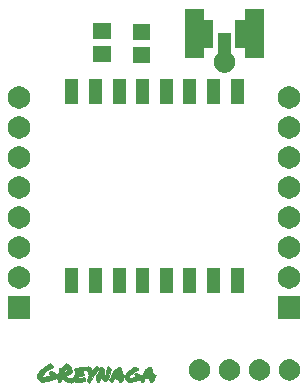
<source format=gbr>
G04 #@! TF.GenerationSoftware,KiCad,Pcbnew,5.1.5-52549c5~84~ubuntu18.04.1*
G04 #@! TF.CreationDate,2020-01-02T13:17:24-07:00*
G04 #@! TF.ProjectId,wemos-01,77656d6f-732d-4303-912e-6b696361645f,rev?*
G04 #@! TF.SameCoordinates,Original*
G04 #@! TF.FileFunction,Soldermask,Top*
G04 #@! TF.FilePolarity,Negative*
%FSLAX46Y46*%
G04 Gerber Fmt 4.6, Leading zero omitted, Abs format (unit mm)*
G04 Created by KiCad (PCBNEW 5.1.5-52549c5~84~ubuntu18.04.1) date 2020-01-02 13:17:24*
%MOMM*%
%LPD*%
G04 APERTURE LIST*
%ADD10C,0.010000*%
%ADD11C,0.100000*%
G04 APERTURE END LIST*
D10*
G36*
X135828828Y-110608866D02*
G01*
X135872237Y-110637494D01*
X135885099Y-110647874D01*
X135930408Y-110682302D01*
X135963185Y-110700706D01*
X135967867Y-110701666D01*
X135990254Y-110718132D01*
X136020128Y-110758405D01*
X136023955Y-110764723D01*
X136047062Y-110815326D01*
X136048768Y-110865418D01*
X136038286Y-110912890D01*
X136020444Y-110965566D01*
X136003229Y-110995446D01*
X135998428Y-110998000D01*
X135988197Y-111017439D01*
X135975167Y-111069437D01*
X135961521Y-111144514D01*
X135955774Y-111183208D01*
X135915135Y-111394668D01*
X135857215Y-111568975D01*
X135782273Y-111705549D01*
X135690570Y-111803814D01*
X135669519Y-111819315D01*
X135595366Y-111858632D01*
X135528578Y-111865173D01*
X135461270Y-111837228D01*
X135385558Y-111773086D01*
X135366656Y-111753593D01*
X135311819Y-111691480D01*
X135268611Y-111634939D01*
X135246078Y-111595849D01*
X135245743Y-111594843D01*
X135228798Y-111558630D01*
X135216532Y-111548496D01*
X135196375Y-111566270D01*
X135167481Y-111610938D01*
X135136554Y-111669979D01*
X135110299Y-111730870D01*
X135097619Y-111770583D01*
X135066546Y-111840303D01*
X135017484Y-111889881D01*
X134962832Y-111908166D01*
X134917481Y-111893095D01*
X134890330Y-111871125D01*
X134846398Y-111808030D01*
X134806375Y-111728802D01*
X134777819Y-111650533D01*
X134768167Y-111594806D01*
X134777238Y-111558108D01*
X134802730Y-111489657D01*
X134842065Y-111395529D01*
X134892660Y-111281800D01*
X134951936Y-111154546D01*
X134979834Y-111096390D01*
X135040341Y-110970482D01*
X135094105Y-110856922D01*
X135138515Y-110761362D01*
X135170960Y-110689456D01*
X135188830Y-110646856D01*
X135191500Y-110638010D01*
X135203304Y-110619272D01*
X135241235Y-110624648D01*
X135309075Y-110654735D01*
X135314052Y-110657273D01*
X135415040Y-110724828D01*
X135475640Y-110804075D01*
X135496601Y-110896713D01*
X135478671Y-111004436D01*
X135473690Y-111019166D01*
X135461619Y-111071473D01*
X135452978Y-111144115D01*
X135447951Y-111226519D01*
X135446719Y-111308112D01*
X135449467Y-111378323D01*
X135456377Y-111426579D01*
X135466367Y-111442500D01*
X135499623Y-111423284D01*
X135538245Y-111371379D01*
X135578319Y-111295401D01*
X135615928Y-111203963D01*
X135647155Y-111105680D01*
X135668085Y-111009166D01*
X135670292Y-110993900D01*
X135683802Y-110921874D01*
X135705326Y-110838435D01*
X135731358Y-110754090D01*
X135758391Y-110679343D01*
X135782917Y-110624699D01*
X135801428Y-110600665D01*
X135801597Y-110600606D01*
X135828828Y-110608866D01*
G37*
X135828828Y-110608866D02*
X135872237Y-110637494D01*
X135885099Y-110647874D01*
X135930408Y-110682302D01*
X135963185Y-110700706D01*
X135967867Y-110701666D01*
X135990254Y-110718132D01*
X136020128Y-110758405D01*
X136023955Y-110764723D01*
X136047062Y-110815326D01*
X136048768Y-110865418D01*
X136038286Y-110912890D01*
X136020444Y-110965566D01*
X136003229Y-110995446D01*
X135998428Y-110998000D01*
X135988197Y-111017439D01*
X135975167Y-111069437D01*
X135961521Y-111144514D01*
X135955774Y-111183208D01*
X135915135Y-111394668D01*
X135857215Y-111568975D01*
X135782273Y-111705549D01*
X135690570Y-111803814D01*
X135669519Y-111819315D01*
X135595366Y-111858632D01*
X135528578Y-111865173D01*
X135461270Y-111837228D01*
X135385558Y-111773086D01*
X135366656Y-111753593D01*
X135311819Y-111691480D01*
X135268611Y-111634939D01*
X135246078Y-111595849D01*
X135245743Y-111594843D01*
X135228798Y-111558630D01*
X135216532Y-111548496D01*
X135196375Y-111566270D01*
X135167481Y-111610938D01*
X135136554Y-111669979D01*
X135110299Y-111730870D01*
X135097619Y-111770583D01*
X135066546Y-111840303D01*
X135017484Y-111889881D01*
X134962832Y-111908166D01*
X134917481Y-111893095D01*
X134890330Y-111871125D01*
X134846398Y-111808030D01*
X134806375Y-111728802D01*
X134777819Y-111650533D01*
X134768167Y-111594806D01*
X134777238Y-111558108D01*
X134802730Y-111489657D01*
X134842065Y-111395529D01*
X134892660Y-111281800D01*
X134951936Y-111154546D01*
X134979834Y-111096390D01*
X135040341Y-110970482D01*
X135094105Y-110856922D01*
X135138515Y-110761362D01*
X135170960Y-110689456D01*
X135188830Y-110646856D01*
X135191500Y-110638010D01*
X135203304Y-110619272D01*
X135241235Y-110624648D01*
X135309075Y-110654735D01*
X135314052Y-110657273D01*
X135415040Y-110724828D01*
X135475640Y-110804075D01*
X135496601Y-110896713D01*
X135478671Y-111004436D01*
X135473690Y-111019166D01*
X135461619Y-111071473D01*
X135452978Y-111144115D01*
X135447951Y-111226519D01*
X135446719Y-111308112D01*
X135449467Y-111378323D01*
X135456377Y-111426579D01*
X135466367Y-111442500D01*
X135499623Y-111423284D01*
X135538245Y-111371379D01*
X135578319Y-111295401D01*
X135615928Y-111203963D01*
X135647155Y-111105680D01*
X135668085Y-111009166D01*
X135670292Y-110993900D01*
X135683802Y-110921874D01*
X135705326Y-110838435D01*
X135731358Y-110754090D01*
X135758391Y-110679343D01*
X135782917Y-110624699D01*
X135801428Y-110600665D01*
X135801597Y-110600606D01*
X135828828Y-110608866D01*
G36*
X138161160Y-110629137D02*
G01*
X138215347Y-110659348D01*
X138269264Y-110698333D01*
X138309923Y-110736791D01*
X138324456Y-110763634D01*
X138330112Y-110811498D01*
X138336871Y-110842106D01*
X138337881Y-110864528D01*
X138324110Y-110887044D01*
X138289650Y-110914437D01*
X138228591Y-110951489D01*
X138144264Y-110997992D01*
X137921460Y-111134433D01*
X137737096Y-111282529D01*
X137592912Y-111438690D01*
X137498365Y-111558916D01*
X137620224Y-111569500D01*
X137687740Y-111573182D01*
X137736355Y-111571761D01*
X137752667Y-111567328D01*
X137778106Y-111557429D01*
X137831339Y-111546262D01*
X137869084Y-111540531D01*
X137954342Y-111525980D01*
X138040163Y-111506483D01*
X138064270Y-111499774D01*
X138153624Y-111473059D01*
X138122479Y-111413026D01*
X138100420Y-111362356D01*
X138091334Y-111325427D01*
X138075770Y-111294498D01*
X138067132Y-111289793D01*
X138053491Y-111269505D01*
X138068819Y-111234747D01*
X138106810Y-111194456D01*
X138160034Y-111158168D01*
X138231653Y-111119599D01*
X138390420Y-111206735D01*
X138470731Y-111253837D01*
X138542034Y-111300997D01*
X138591582Y-111339647D01*
X138599117Y-111347019D01*
X138639047Y-111382982D01*
X138669755Y-111399720D01*
X138671815Y-111399879D01*
X138689354Y-111381557D01*
X138715842Y-111336666D01*
X139087595Y-111336666D01*
X139169816Y-111336666D01*
X139231628Y-111333682D01*
X139278140Y-111326332D01*
X139283411Y-111324627D01*
X139300668Y-111302234D01*
X139299230Y-111252577D01*
X139278682Y-111171467D01*
X139263616Y-111125138D01*
X139246802Y-111114867D01*
X139215239Y-111141515D01*
X139168212Y-111205839D01*
X139129218Y-111267875D01*
X139087595Y-111336666D01*
X138715842Y-111336666D01*
X138718350Y-111332416D01*
X138754192Y-111260798D01*
X138779250Y-111205518D01*
X138843628Y-111064133D01*
X138897960Y-110959497D01*
X138944742Y-110887922D01*
X138986469Y-110845724D01*
X139025638Y-110829217D01*
X139034412Y-110828666D01*
X139092482Y-110810054D01*
X139159139Y-110758193D01*
X139227023Y-110679048D01*
X139237715Y-110663950D01*
X139260459Y-110635861D01*
X139285990Y-110625824D01*
X139328582Y-110631575D01*
X139371987Y-110642656D01*
X139448869Y-110671617D01*
X139497670Y-110715178D01*
X139526596Y-110783507D01*
X139539174Y-110849833D01*
X139550850Y-110920455D01*
X139568151Y-111011831D01*
X139586131Y-111098541D01*
X139606052Y-111180321D01*
X139624008Y-111227864D01*
X139643642Y-111248891D01*
X139658582Y-111252000D01*
X139704170Y-111262752D01*
X139759494Y-111289261D01*
X139810498Y-111322902D01*
X139843128Y-111355052D01*
X139848167Y-111368314D01*
X139833352Y-111397780D01*
X139795913Y-111440459D01*
X139774366Y-111460579D01*
X139729099Y-111504436D01*
X139710061Y-111541759D01*
X139709722Y-111591560D01*
X139712731Y-111616230D01*
X139705717Y-111714551D01*
X139660148Y-111803801D01*
X139579710Y-111877679D01*
X139548930Y-111896120D01*
X139494357Y-111921285D01*
X139452537Y-111924327D01*
X139405606Y-111908970D01*
X139361493Y-111882687D01*
X139347580Y-111856446D01*
X139348219Y-111854213D01*
X139341944Y-111821471D01*
X139317573Y-111790458D01*
X139283074Y-111751570D01*
X139285829Y-111723306D01*
X139327605Y-111695623D01*
X139334875Y-111692078D01*
X139378731Y-111661326D01*
X139393518Y-111631344D01*
X139378598Y-111611895D01*
X139340167Y-111611286D01*
X139289871Y-111616915D01*
X139216310Y-111620796D01*
X139161000Y-111621869D01*
X139087629Y-111619964D01*
X139044772Y-111611140D01*
X139020754Y-111591933D01*
X139012384Y-111577805D01*
X138990046Y-111551022D01*
X138965811Y-111559674D01*
X138937917Y-111605758D01*
X138904600Y-111691269D01*
X138899825Y-111705250D01*
X138871228Y-111777942D01*
X138840086Y-111839271D01*
X138821591Y-111865825D01*
X138768184Y-111899748D01*
X138704591Y-111906367D01*
X138643360Y-111889249D01*
X138597040Y-111851961D01*
X138578178Y-111798070D01*
X138578167Y-111796624D01*
X138566535Y-111759017D01*
X138556943Y-111749381D01*
X138547247Y-111721160D01*
X138556561Y-111697320D01*
X138567294Y-111673948D01*
X138559053Y-111669615D01*
X138524052Y-111684210D01*
X138498410Y-111696482D01*
X138442058Y-111718851D01*
X138354605Y-111747915D01*
X138246180Y-111780767D01*
X138126915Y-111814502D01*
X138006937Y-111846216D01*
X137896377Y-111873002D01*
X137841010Y-111885042D01*
X137670252Y-111908077D01*
X137528553Y-111900692D01*
X137414993Y-111862355D01*
X137328651Y-111792533D01*
X137268605Y-111690695D01*
X137233935Y-111556307D01*
X137230748Y-111532321D01*
X137218247Y-111426770D01*
X137152082Y-111470680D01*
X137110388Y-111503234D01*
X137093103Y-111537978D01*
X137092390Y-111593040D01*
X137093410Y-111606429D01*
X137092037Y-111680629D01*
X137079209Y-111748943D01*
X137074740Y-111761433D01*
X137027436Y-111833251D01*
X136959103Y-111886215D01*
X136881550Y-111914531D01*
X136806585Y-111912402D01*
X136784292Y-111903964D01*
X136747715Y-111873023D01*
X136736667Y-111844712D01*
X136721912Y-111804112D01*
X136694833Y-111771035D01*
X136665680Y-111731601D01*
X136675123Y-111705138D01*
X136716005Y-111696500D01*
X136750679Y-111682868D01*
X136780336Y-111652166D01*
X136792782Y-111619682D01*
X136787779Y-111606501D01*
X136762103Y-111603793D01*
X136712252Y-111610818D01*
X136698565Y-111613796D01*
X136582056Y-111632062D01*
X136486962Y-111629135D01*
X136419794Y-111605574D01*
X136400200Y-111588126D01*
X136363864Y-111543253D01*
X136328815Y-111596745D01*
X136301684Y-111651130D01*
X136276148Y-111722572D01*
X136269525Y-111746508D01*
X136232179Y-111833719D01*
X136174545Y-111887806D01*
X136100713Y-111905267D01*
X136085254Y-111904163D01*
X136032947Y-111880763D01*
X135984844Y-111832091D01*
X135951342Y-111772578D01*
X135942834Y-111716657D01*
X135944545Y-111708808D01*
X135951041Y-111689795D01*
X135963115Y-111659721D01*
X135982537Y-111614653D01*
X136011079Y-111550662D01*
X136050510Y-111463816D01*
X136102601Y-111350185D01*
X136108831Y-111336666D01*
X136479958Y-111336666D01*
X136575313Y-111336666D01*
X136635390Y-111332570D01*
X136675717Y-111322237D01*
X136683079Y-111316585D01*
X136685640Y-111285611D01*
X136677928Y-111230116D01*
X136671026Y-111199349D01*
X136654940Y-111142135D01*
X136641085Y-111119419D01*
X136623068Y-111124253D01*
X136611128Y-111134261D01*
X136578957Y-111172369D01*
X136540704Y-111229539D01*
X136527826Y-111251497D01*
X136479958Y-111336666D01*
X136108831Y-111336666D01*
X136169123Y-111205838D01*
X136247100Y-111037106D01*
X136295554Y-110939749D01*
X136336670Y-110876692D01*
X136375782Y-110841842D01*
X136418225Y-110829108D01*
X136429621Y-110828666D01*
X136480050Y-110809337D01*
X136546138Y-110751184D01*
X136571919Y-110722885D01*
X136664453Y-110617104D01*
X136779935Y-110654094D01*
X136845312Y-110676545D01*
X136881664Y-110698346D01*
X136900341Y-110731567D01*
X136912696Y-110788280D01*
X136914235Y-110796916D01*
X136940999Y-110944833D01*
X136962648Y-111056201D01*
X136980802Y-111136264D01*
X136997083Y-111190268D01*
X137013111Y-111223456D01*
X137030508Y-111241074D01*
X137050894Y-111248366D01*
X137053907Y-111248837D01*
X137109455Y-111266679D01*
X137162990Y-111296462D01*
X137211898Y-111326840D01*
X137246577Y-111330459D01*
X137277998Y-111303530D01*
X137316427Y-111243471D01*
X137356581Y-111187657D01*
X137418470Y-111116089D01*
X137491636Y-111040498D01*
X137528654Y-111005346D01*
X137600846Y-110943861D01*
X137688891Y-110876275D01*
X137785245Y-110807545D01*
X137882366Y-110742627D01*
X137972707Y-110686478D01*
X138048727Y-110644056D01*
X138102880Y-110620316D01*
X138119691Y-110617000D01*
X138161160Y-110629137D01*
G37*
X138161160Y-110629137D02*
X138215347Y-110659348D01*
X138269264Y-110698333D01*
X138309923Y-110736791D01*
X138324456Y-110763634D01*
X138330112Y-110811498D01*
X138336871Y-110842106D01*
X138337881Y-110864528D01*
X138324110Y-110887044D01*
X138289650Y-110914437D01*
X138228591Y-110951489D01*
X138144264Y-110997992D01*
X137921460Y-111134433D01*
X137737096Y-111282529D01*
X137592912Y-111438690D01*
X137498365Y-111558916D01*
X137620224Y-111569500D01*
X137687740Y-111573182D01*
X137736355Y-111571761D01*
X137752667Y-111567328D01*
X137778106Y-111557429D01*
X137831339Y-111546262D01*
X137869084Y-111540531D01*
X137954342Y-111525980D01*
X138040163Y-111506483D01*
X138064270Y-111499774D01*
X138153624Y-111473059D01*
X138122479Y-111413026D01*
X138100420Y-111362356D01*
X138091334Y-111325427D01*
X138075770Y-111294498D01*
X138067132Y-111289793D01*
X138053491Y-111269505D01*
X138068819Y-111234747D01*
X138106810Y-111194456D01*
X138160034Y-111158168D01*
X138231653Y-111119599D01*
X138390420Y-111206735D01*
X138470731Y-111253837D01*
X138542034Y-111300997D01*
X138591582Y-111339647D01*
X138599117Y-111347019D01*
X138639047Y-111382982D01*
X138669755Y-111399720D01*
X138671815Y-111399879D01*
X138689354Y-111381557D01*
X138715842Y-111336666D01*
X139087595Y-111336666D01*
X139169816Y-111336666D01*
X139231628Y-111333682D01*
X139278140Y-111326332D01*
X139283411Y-111324627D01*
X139300668Y-111302234D01*
X139299230Y-111252577D01*
X139278682Y-111171467D01*
X139263616Y-111125138D01*
X139246802Y-111114867D01*
X139215239Y-111141515D01*
X139168212Y-111205839D01*
X139129218Y-111267875D01*
X139087595Y-111336666D01*
X138715842Y-111336666D01*
X138718350Y-111332416D01*
X138754192Y-111260798D01*
X138779250Y-111205518D01*
X138843628Y-111064133D01*
X138897960Y-110959497D01*
X138944742Y-110887922D01*
X138986469Y-110845724D01*
X139025638Y-110829217D01*
X139034412Y-110828666D01*
X139092482Y-110810054D01*
X139159139Y-110758193D01*
X139227023Y-110679048D01*
X139237715Y-110663950D01*
X139260459Y-110635861D01*
X139285990Y-110625824D01*
X139328582Y-110631575D01*
X139371987Y-110642656D01*
X139448869Y-110671617D01*
X139497670Y-110715178D01*
X139526596Y-110783507D01*
X139539174Y-110849833D01*
X139550850Y-110920455D01*
X139568151Y-111011831D01*
X139586131Y-111098541D01*
X139606052Y-111180321D01*
X139624008Y-111227864D01*
X139643642Y-111248891D01*
X139658582Y-111252000D01*
X139704170Y-111262752D01*
X139759494Y-111289261D01*
X139810498Y-111322902D01*
X139843128Y-111355052D01*
X139848167Y-111368314D01*
X139833352Y-111397780D01*
X139795913Y-111440459D01*
X139774366Y-111460579D01*
X139729099Y-111504436D01*
X139710061Y-111541759D01*
X139709722Y-111591560D01*
X139712731Y-111616230D01*
X139705717Y-111714551D01*
X139660148Y-111803801D01*
X139579710Y-111877679D01*
X139548930Y-111896120D01*
X139494357Y-111921285D01*
X139452537Y-111924327D01*
X139405606Y-111908970D01*
X139361493Y-111882687D01*
X139347580Y-111856446D01*
X139348219Y-111854213D01*
X139341944Y-111821471D01*
X139317573Y-111790458D01*
X139283074Y-111751570D01*
X139285829Y-111723306D01*
X139327605Y-111695623D01*
X139334875Y-111692078D01*
X139378731Y-111661326D01*
X139393518Y-111631344D01*
X139378598Y-111611895D01*
X139340167Y-111611286D01*
X139289871Y-111616915D01*
X139216310Y-111620796D01*
X139161000Y-111621869D01*
X139087629Y-111619964D01*
X139044772Y-111611140D01*
X139020754Y-111591933D01*
X139012384Y-111577805D01*
X138990046Y-111551022D01*
X138965811Y-111559674D01*
X138937917Y-111605758D01*
X138904600Y-111691269D01*
X138899825Y-111705250D01*
X138871228Y-111777942D01*
X138840086Y-111839271D01*
X138821591Y-111865825D01*
X138768184Y-111899748D01*
X138704591Y-111906367D01*
X138643360Y-111889249D01*
X138597040Y-111851961D01*
X138578178Y-111798070D01*
X138578167Y-111796624D01*
X138566535Y-111759017D01*
X138556943Y-111749381D01*
X138547247Y-111721160D01*
X138556561Y-111697320D01*
X138567294Y-111673948D01*
X138559053Y-111669615D01*
X138524052Y-111684210D01*
X138498410Y-111696482D01*
X138442058Y-111718851D01*
X138354605Y-111747915D01*
X138246180Y-111780767D01*
X138126915Y-111814502D01*
X138006937Y-111846216D01*
X137896377Y-111873002D01*
X137841010Y-111885042D01*
X137670252Y-111908077D01*
X137528553Y-111900692D01*
X137414993Y-111862355D01*
X137328651Y-111792533D01*
X137268605Y-111690695D01*
X137233935Y-111556307D01*
X137230748Y-111532321D01*
X137218247Y-111426770D01*
X137152082Y-111470680D01*
X137110388Y-111503234D01*
X137093103Y-111537978D01*
X137092390Y-111593040D01*
X137093410Y-111606429D01*
X137092037Y-111680629D01*
X137079209Y-111748943D01*
X137074740Y-111761433D01*
X137027436Y-111833251D01*
X136959103Y-111886215D01*
X136881550Y-111914531D01*
X136806585Y-111912402D01*
X136784292Y-111903964D01*
X136747715Y-111873023D01*
X136736667Y-111844712D01*
X136721912Y-111804112D01*
X136694833Y-111771035D01*
X136665680Y-111731601D01*
X136675123Y-111705138D01*
X136716005Y-111696500D01*
X136750679Y-111682868D01*
X136780336Y-111652166D01*
X136792782Y-111619682D01*
X136787779Y-111606501D01*
X136762103Y-111603793D01*
X136712252Y-111610818D01*
X136698565Y-111613796D01*
X136582056Y-111632062D01*
X136486962Y-111629135D01*
X136419794Y-111605574D01*
X136400200Y-111588126D01*
X136363864Y-111543253D01*
X136328815Y-111596745D01*
X136301684Y-111651130D01*
X136276148Y-111722572D01*
X136269525Y-111746508D01*
X136232179Y-111833719D01*
X136174545Y-111887806D01*
X136100713Y-111905267D01*
X136085254Y-111904163D01*
X136032947Y-111880763D01*
X135984844Y-111832091D01*
X135951342Y-111772578D01*
X135942834Y-111716657D01*
X135944545Y-111708808D01*
X135951041Y-111689795D01*
X135963115Y-111659721D01*
X135982537Y-111614653D01*
X136011079Y-111550662D01*
X136050510Y-111463816D01*
X136102601Y-111350185D01*
X136108831Y-111336666D01*
X136479958Y-111336666D01*
X136575313Y-111336666D01*
X136635390Y-111332570D01*
X136675717Y-111322237D01*
X136683079Y-111316585D01*
X136685640Y-111285611D01*
X136677928Y-111230116D01*
X136671026Y-111199349D01*
X136654940Y-111142135D01*
X136641085Y-111119419D01*
X136623068Y-111124253D01*
X136611128Y-111134261D01*
X136578957Y-111172369D01*
X136540704Y-111229539D01*
X136527826Y-111251497D01*
X136479958Y-111336666D01*
X136108831Y-111336666D01*
X136169123Y-111205838D01*
X136247100Y-111037106D01*
X136295554Y-110939749D01*
X136336670Y-110876692D01*
X136375782Y-110841842D01*
X136418225Y-110829108D01*
X136429621Y-110828666D01*
X136480050Y-110809337D01*
X136546138Y-110751184D01*
X136571919Y-110722885D01*
X136664453Y-110617104D01*
X136779935Y-110654094D01*
X136845312Y-110676545D01*
X136881664Y-110698346D01*
X136900341Y-110731567D01*
X136912696Y-110788280D01*
X136914235Y-110796916D01*
X136940999Y-110944833D01*
X136962648Y-111056201D01*
X136980802Y-111136264D01*
X136997083Y-111190268D01*
X137013111Y-111223456D01*
X137030508Y-111241074D01*
X137050894Y-111248366D01*
X137053907Y-111248837D01*
X137109455Y-111266679D01*
X137162990Y-111296462D01*
X137211898Y-111326840D01*
X137246577Y-111330459D01*
X137277998Y-111303530D01*
X137316427Y-111243471D01*
X137356581Y-111187657D01*
X137418470Y-111116089D01*
X137491636Y-111040498D01*
X137528654Y-111005346D01*
X137600846Y-110943861D01*
X137688891Y-110876275D01*
X137785245Y-110807545D01*
X137882366Y-110742627D01*
X137972707Y-110686478D01*
X138048727Y-110644056D01*
X138102880Y-110620316D01*
X138119691Y-110617000D01*
X138161160Y-110629137D01*
G36*
X134892473Y-110609410D02*
G01*
X134943289Y-110643936D01*
X134970986Y-110667450D01*
X135014119Y-110712687D01*
X135034378Y-110754156D01*
X135029894Y-110798764D01*
X134998799Y-110853420D01*
X134939224Y-110925030D01*
X134885804Y-110982406D01*
X134795452Y-111089928D01*
X134692430Y-111235353D01*
X134578061Y-111416630D01*
X134453667Y-111631708D01*
X134377741Y-111770583D01*
X134316332Y-111875768D01*
X134265727Y-111942613D01*
X134226672Y-111970174D01*
X134219080Y-111970838D01*
X134193351Y-111962599D01*
X134146928Y-111943720D01*
X134143237Y-111942119D01*
X134084022Y-111897739D01*
X134041290Y-111832077D01*
X134027334Y-111771735D01*
X134036567Y-111741891D01*
X134061501Y-111683902D01*
X134097983Y-111607014D01*
X134129047Y-111545190D01*
X134230760Y-111347250D01*
X134183552Y-111277684D01*
X134152069Y-111219295D01*
X134124880Y-111140577D01*
X134100299Y-111035056D01*
X134076639Y-110896259D01*
X134067173Y-110830817D01*
X134056891Y-110748923D01*
X134054846Y-110697394D01*
X134062117Y-110664870D01*
X134079786Y-110639993D01*
X134085919Y-110633673D01*
X134111714Y-110610730D01*
X134135980Y-110604713D01*
X134172598Y-110616276D01*
X134223283Y-110640165D01*
X134282230Y-110672806D01*
X134322829Y-110709296D01*
X134351397Y-110759843D01*
X134374248Y-110834651D01*
X134391152Y-110911429D01*
X134418917Y-111047108D01*
X134493459Y-110940510D01*
X134586153Y-110817151D01*
X134674310Y-110717379D01*
X134753888Y-110645034D01*
X134820845Y-110603954D01*
X134856365Y-110595833D01*
X134892473Y-110609410D01*
G37*
X134892473Y-110609410D02*
X134943289Y-110643936D01*
X134970986Y-110667450D01*
X135014119Y-110712687D01*
X135034378Y-110754156D01*
X135029894Y-110798764D01*
X134998799Y-110853420D01*
X134939224Y-110925030D01*
X134885804Y-110982406D01*
X134795452Y-111089928D01*
X134692430Y-111235353D01*
X134578061Y-111416630D01*
X134453667Y-111631708D01*
X134377741Y-111770583D01*
X134316332Y-111875768D01*
X134265727Y-111942613D01*
X134226672Y-111970174D01*
X134219080Y-111970838D01*
X134193351Y-111962599D01*
X134146928Y-111943720D01*
X134143237Y-111942119D01*
X134084022Y-111897739D01*
X134041290Y-111832077D01*
X134027334Y-111771735D01*
X134036567Y-111741891D01*
X134061501Y-111683902D01*
X134097983Y-111607014D01*
X134129047Y-111545190D01*
X134230760Y-111347250D01*
X134183552Y-111277684D01*
X134152069Y-111219295D01*
X134124880Y-111140577D01*
X134100299Y-111035056D01*
X134076639Y-110896259D01*
X134067173Y-110830817D01*
X134056891Y-110748923D01*
X134054846Y-110697394D01*
X134062117Y-110664870D01*
X134079786Y-110639993D01*
X134085919Y-110633673D01*
X134111714Y-110610730D01*
X134135980Y-110604713D01*
X134172598Y-110616276D01*
X134223283Y-110640165D01*
X134282230Y-110672806D01*
X134322829Y-110709296D01*
X134351397Y-110759843D01*
X134374248Y-110834651D01*
X134391152Y-110911429D01*
X134418917Y-111047108D01*
X134493459Y-110940510D01*
X134586153Y-110817151D01*
X134674310Y-110717379D01*
X134753888Y-110645034D01*
X134820845Y-110603954D01*
X134856365Y-110595833D01*
X134892473Y-110609410D01*
G36*
X132371254Y-110361171D02*
G01*
X132454592Y-110414287D01*
X132537258Y-110493836D01*
X132613896Y-110592471D01*
X132679150Y-110702845D01*
X132727663Y-110817612D01*
X132754076Y-110929426D01*
X132757334Y-110979153D01*
X132754515Y-111044002D01*
X132740966Y-111090116D01*
X132709044Y-111134341D01*
X132667375Y-111177470D01*
X132608386Y-111228562D01*
X132539688Y-111270882D01*
X132449089Y-111311190D01*
X132379165Y-111337212D01*
X132289652Y-111369771D01*
X132234679Y-111392529D01*
X132208610Y-111409039D01*
X132205813Y-111422855D01*
X132220415Y-111437350D01*
X132317900Y-111496605D01*
X132438044Y-111542804D01*
X132590201Y-111579493D01*
X132600769Y-111581510D01*
X132689234Y-111599442D01*
X132764697Y-111617031D01*
X132815268Y-111631415D01*
X132826125Y-111635761D01*
X132850484Y-111642417D01*
X132861040Y-111623196D01*
X132863167Y-111576516D01*
X132874170Y-111511390D01*
X132904949Y-111420793D01*
X132947834Y-111323587D01*
X132992745Y-111228018D01*
X133019438Y-111162175D01*
X133029838Y-111118552D01*
X133025872Y-111089642D01*
X133012639Y-111071024D01*
X132998668Y-111039740D01*
X132984839Y-110981953D01*
X132978440Y-110941884D01*
X132971844Y-110876095D01*
X132976583Y-110837853D01*
X132996211Y-110813095D01*
X133014176Y-110800430D01*
X133064488Y-110777591D01*
X133147548Y-110750578D01*
X133254259Y-110721618D01*
X133375522Y-110692937D01*
X133502238Y-110666761D01*
X133625309Y-110645317D01*
X133680731Y-110637317D01*
X133772199Y-110625761D01*
X133831698Y-110621001D01*
X133869164Y-110623847D01*
X133894537Y-110635106D01*
X133917752Y-110655587D01*
X133918856Y-110656688D01*
X133957528Y-110688920D01*
X133985000Y-110701666D01*
X134000002Y-110720024D01*
X134006167Y-110763630D01*
X133986154Y-110830512D01*
X133926451Y-110883725D01*
X133827556Y-110922897D01*
X133777339Y-110934510D01*
X133689180Y-110953903D01*
X133600054Y-110976704D01*
X133561667Y-110987899D01*
X133489908Y-111008911D01*
X133424852Y-111025728D01*
X133408209Y-111029391D01*
X133363335Y-111049682D01*
X133350000Y-111075406D01*
X133355189Y-111092699D01*
X133376438Y-111101150D01*
X133422273Y-111101870D01*
X133501220Y-111095967D01*
X133505195Y-111095609D01*
X133660390Y-111081545D01*
X133738028Y-111154768D01*
X133783061Y-111203350D01*
X133811077Y-111245340D01*
X133815667Y-111260733D01*
X133798531Y-111287975D01*
X133754064Y-111325352D01*
X133704542Y-111357206D01*
X133639870Y-111391069D01*
X133582590Y-111410404D01*
X133515842Y-111419122D01*
X133429064Y-111421134D01*
X133346084Y-111421944D01*
X133294384Y-111426589D01*
X133262911Y-111438766D01*
X133240613Y-111462172D01*
X133222768Y-111490125D01*
X133195512Y-111538623D01*
X133181319Y-111571285D01*
X133180746Y-111574791D01*
X133200198Y-111585667D01*
X133253193Y-111590140D01*
X133331480Y-111588530D01*
X133426806Y-111581160D01*
X133530919Y-111568351D01*
X133590596Y-111558816D01*
X133773238Y-111526966D01*
X133846338Y-111604467D01*
X133890796Y-111658382D01*
X133903401Y-111700809D01*
X133883235Y-111743849D01*
X133831684Y-111797452D01*
X133771563Y-111833056D01*
X133673512Y-111864902D01*
X133541844Y-111891958D01*
X133380875Y-111913191D01*
X133326269Y-111918380D01*
X133169331Y-111921301D01*
X133046315Y-111899630D01*
X132956580Y-111853220D01*
X132929738Y-111827554D01*
X132897481Y-111792343D01*
X132886147Y-111788024D01*
X132889519Y-111813001D01*
X132890520Y-111817465D01*
X132882177Y-111874369D01*
X132851418Y-111918007D01*
X132784878Y-111958746D01*
X132687765Y-111970677D01*
X132560518Y-111953807D01*
X132408084Y-111909715D01*
X132225972Y-111839347D01*
X132077406Y-111766692D01*
X131970620Y-111696500D01*
X132863167Y-111696500D01*
X132870911Y-111713922D01*
X132877278Y-111710611D01*
X132879811Y-111685491D01*
X132877278Y-111682388D01*
X132864694Y-111685294D01*
X132863167Y-111696500D01*
X131970620Y-111696500D01*
X131966510Y-111693799D01*
X131956018Y-111685207D01*
X131913960Y-111651202D01*
X131894876Y-111643388D01*
X131889703Y-111660277D01*
X131889500Y-111674294D01*
X131880062Y-111721218D01*
X131856531Y-111782949D01*
X131847649Y-111801388D01*
X131795590Y-111869085D01*
X131730587Y-111901704D01*
X131660355Y-111896500D01*
X131627258Y-111879897D01*
X131584741Y-111830817D01*
X131552953Y-111753883D01*
X131535856Y-111663029D01*
X131537414Y-111572192D01*
X131538227Y-111566797D01*
X131552231Y-111479220D01*
X131477163Y-111545131D01*
X131428695Y-111585379D01*
X131380921Y-111618070D01*
X131326044Y-111646556D01*
X131256265Y-111674186D01*
X131163785Y-111704312D01*
X131040805Y-111740286D01*
X130988843Y-111754954D01*
X130742858Y-111819202D01*
X130531396Y-111864202D01*
X130355115Y-111889871D01*
X130214671Y-111896131D01*
X130110723Y-111882900D01*
X130069167Y-111867194D01*
X129961959Y-111788152D01*
X129881104Y-111679152D01*
X129829474Y-111545462D01*
X129809944Y-111392350D01*
X129809938Y-111391945D01*
X129827186Y-111286740D01*
X129879336Y-111168820D01*
X129962574Y-111042604D01*
X130073090Y-110912507D01*
X130207071Y-110782948D01*
X130360707Y-110658344D01*
X130530186Y-110543111D01*
X130556000Y-110527351D01*
X130639283Y-110476410D01*
X130713882Y-110429304D01*
X130768848Y-110393014D01*
X130786396Y-110380460D01*
X130833293Y-110355284D01*
X130883523Y-110342892D01*
X130922806Y-110345092D01*
X130937000Y-110361414D01*
X130953971Y-110382205D01*
X130997132Y-110413069D01*
X131026638Y-110430441D01*
X131084522Y-110467812D01*
X131114837Y-110506938D01*
X131129905Y-110563741D01*
X131129933Y-110563911D01*
X131136656Y-110622889D01*
X131136337Y-110664671D01*
X131134948Y-110670453D01*
X131113120Y-110689504D01*
X131062372Y-110720857D01*
X130992123Y-110758867D01*
X130962862Y-110773592D01*
X130863488Y-110825708D01*
X130757001Y-110886380D01*
X130665665Y-110942901D01*
X130661834Y-110945431D01*
X130574338Y-111011181D01*
X130472994Y-111099299D01*
X130368932Y-111198964D01*
X130273280Y-111299353D01*
X130197168Y-111389647D01*
X130177715Y-111416129D01*
X130148869Y-111461459D01*
X130144669Y-111484992D01*
X130163162Y-111497863D01*
X130163363Y-111497941D01*
X130212900Y-111504648D01*
X130295074Y-111502023D01*
X130401438Y-111490950D01*
X130523546Y-111472311D01*
X130621809Y-111453083D01*
X131550834Y-111453083D01*
X131561417Y-111463666D01*
X131572000Y-111453083D01*
X131561417Y-111442500D01*
X131550834Y-111453083D01*
X130621809Y-111453083D01*
X130652952Y-111446989D01*
X130654850Y-111446575D01*
X130764708Y-111422009D01*
X130838424Y-111402388D01*
X130881258Y-111383818D01*
X130898471Y-111362409D01*
X130895320Y-111334267D01*
X130877066Y-111295499D01*
X130871946Y-111285904D01*
X130847425Y-111229850D01*
X130837924Y-111186283D01*
X130839224Y-111176866D01*
X130835505Y-111147298D01*
X130826170Y-111140973D01*
X130810128Y-111120083D01*
X130826490Y-111083969D01*
X130871161Y-111038857D01*
X130914163Y-111007176D01*
X130999248Y-110950869D01*
X131160061Y-111032643D01*
X131258136Y-111088733D01*
X131362148Y-111157947D01*
X131449961Y-111225532D01*
X131451729Y-111227049D01*
X131517435Y-111281793D01*
X131558383Y-111310357D01*
X131580366Y-111315863D01*
X131589178Y-111301433D01*
X131589231Y-111301132D01*
X131600215Y-111244020D01*
X131616941Y-111164674D01*
X131637206Y-111072690D01*
X131645865Y-111034598D01*
X132061121Y-111034598D01*
X132064545Y-111055909D01*
X132100504Y-111054967D01*
X132171332Y-111033810D01*
X132245731Y-111007017D01*
X132329595Y-110971836D01*
X132374453Y-110939790D01*
X132382722Y-110905285D01*
X132356822Y-110862726D01*
X132322990Y-110828265D01*
X132290957Y-110802426D01*
X132263159Y-110796409D01*
X132231909Y-110813996D01*
X132189521Y-110858972D01*
X132142532Y-110917081D01*
X132087895Y-110989001D01*
X132061121Y-111034598D01*
X131645865Y-111034598D01*
X131658809Y-110977660D01*
X131679549Y-110889179D01*
X131697225Y-110816840D01*
X131709635Y-110770238D01*
X131713767Y-110758397D01*
X131740673Y-110747848D01*
X131785957Y-110748851D01*
X131820376Y-110750484D01*
X131851548Y-110740587D01*
X131885844Y-110713772D01*
X131929634Y-110664649D01*
X131989290Y-110587831D01*
X132011773Y-110557857D01*
X132099591Y-110454629D01*
X132184047Y-110382918D01*
X132260734Y-110346111D01*
X132292603Y-110341833D01*
X132371254Y-110361171D01*
G37*
X132371254Y-110361171D02*
X132454592Y-110414287D01*
X132537258Y-110493836D01*
X132613896Y-110592471D01*
X132679150Y-110702845D01*
X132727663Y-110817612D01*
X132754076Y-110929426D01*
X132757334Y-110979153D01*
X132754515Y-111044002D01*
X132740966Y-111090116D01*
X132709044Y-111134341D01*
X132667375Y-111177470D01*
X132608386Y-111228562D01*
X132539688Y-111270882D01*
X132449089Y-111311190D01*
X132379165Y-111337212D01*
X132289652Y-111369771D01*
X132234679Y-111392529D01*
X132208610Y-111409039D01*
X132205813Y-111422855D01*
X132220415Y-111437350D01*
X132317900Y-111496605D01*
X132438044Y-111542804D01*
X132590201Y-111579493D01*
X132600769Y-111581510D01*
X132689234Y-111599442D01*
X132764697Y-111617031D01*
X132815268Y-111631415D01*
X132826125Y-111635761D01*
X132850484Y-111642417D01*
X132861040Y-111623196D01*
X132863167Y-111576516D01*
X132874170Y-111511390D01*
X132904949Y-111420793D01*
X132947834Y-111323587D01*
X132992745Y-111228018D01*
X133019438Y-111162175D01*
X133029838Y-111118552D01*
X133025872Y-111089642D01*
X133012639Y-111071024D01*
X132998668Y-111039740D01*
X132984839Y-110981953D01*
X132978440Y-110941884D01*
X132971844Y-110876095D01*
X132976583Y-110837853D01*
X132996211Y-110813095D01*
X133014176Y-110800430D01*
X133064488Y-110777591D01*
X133147548Y-110750578D01*
X133254259Y-110721618D01*
X133375522Y-110692937D01*
X133502238Y-110666761D01*
X133625309Y-110645317D01*
X133680731Y-110637317D01*
X133772199Y-110625761D01*
X133831698Y-110621001D01*
X133869164Y-110623847D01*
X133894537Y-110635106D01*
X133917752Y-110655587D01*
X133918856Y-110656688D01*
X133957528Y-110688920D01*
X133985000Y-110701666D01*
X134000002Y-110720024D01*
X134006167Y-110763630D01*
X133986154Y-110830512D01*
X133926451Y-110883725D01*
X133827556Y-110922897D01*
X133777339Y-110934510D01*
X133689180Y-110953903D01*
X133600054Y-110976704D01*
X133561667Y-110987899D01*
X133489908Y-111008911D01*
X133424852Y-111025728D01*
X133408209Y-111029391D01*
X133363335Y-111049682D01*
X133350000Y-111075406D01*
X133355189Y-111092699D01*
X133376438Y-111101150D01*
X133422273Y-111101870D01*
X133501220Y-111095967D01*
X133505195Y-111095609D01*
X133660390Y-111081545D01*
X133738028Y-111154768D01*
X133783061Y-111203350D01*
X133811077Y-111245340D01*
X133815667Y-111260733D01*
X133798531Y-111287975D01*
X133754064Y-111325352D01*
X133704542Y-111357206D01*
X133639870Y-111391069D01*
X133582590Y-111410404D01*
X133515842Y-111419122D01*
X133429064Y-111421134D01*
X133346084Y-111421944D01*
X133294384Y-111426589D01*
X133262911Y-111438766D01*
X133240613Y-111462172D01*
X133222768Y-111490125D01*
X133195512Y-111538623D01*
X133181319Y-111571285D01*
X133180746Y-111574791D01*
X133200198Y-111585667D01*
X133253193Y-111590140D01*
X133331480Y-111588530D01*
X133426806Y-111581160D01*
X133530919Y-111568351D01*
X133590596Y-111558816D01*
X133773238Y-111526966D01*
X133846338Y-111604467D01*
X133890796Y-111658382D01*
X133903401Y-111700809D01*
X133883235Y-111743849D01*
X133831684Y-111797452D01*
X133771563Y-111833056D01*
X133673512Y-111864902D01*
X133541844Y-111891958D01*
X133380875Y-111913191D01*
X133326269Y-111918380D01*
X133169331Y-111921301D01*
X133046315Y-111899630D01*
X132956580Y-111853220D01*
X132929738Y-111827554D01*
X132897481Y-111792343D01*
X132886147Y-111788024D01*
X132889519Y-111813001D01*
X132890520Y-111817465D01*
X132882177Y-111874369D01*
X132851418Y-111918007D01*
X132784878Y-111958746D01*
X132687765Y-111970677D01*
X132560518Y-111953807D01*
X132408084Y-111909715D01*
X132225972Y-111839347D01*
X132077406Y-111766692D01*
X131970620Y-111696500D01*
X132863167Y-111696500D01*
X132870911Y-111713922D01*
X132877278Y-111710611D01*
X132879811Y-111685491D01*
X132877278Y-111682388D01*
X132864694Y-111685294D01*
X132863167Y-111696500D01*
X131970620Y-111696500D01*
X131966510Y-111693799D01*
X131956018Y-111685207D01*
X131913960Y-111651202D01*
X131894876Y-111643388D01*
X131889703Y-111660277D01*
X131889500Y-111674294D01*
X131880062Y-111721218D01*
X131856531Y-111782949D01*
X131847649Y-111801388D01*
X131795590Y-111869085D01*
X131730587Y-111901704D01*
X131660355Y-111896500D01*
X131627258Y-111879897D01*
X131584741Y-111830817D01*
X131552953Y-111753883D01*
X131535856Y-111663029D01*
X131537414Y-111572192D01*
X131538227Y-111566797D01*
X131552231Y-111479220D01*
X131477163Y-111545131D01*
X131428695Y-111585379D01*
X131380921Y-111618070D01*
X131326044Y-111646556D01*
X131256265Y-111674186D01*
X131163785Y-111704312D01*
X131040805Y-111740286D01*
X130988843Y-111754954D01*
X130742858Y-111819202D01*
X130531396Y-111864202D01*
X130355115Y-111889871D01*
X130214671Y-111896131D01*
X130110723Y-111882900D01*
X130069167Y-111867194D01*
X129961959Y-111788152D01*
X129881104Y-111679152D01*
X129829474Y-111545462D01*
X129809944Y-111392350D01*
X129809938Y-111391945D01*
X129827186Y-111286740D01*
X129879336Y-111168820D01*
X129962574Y-111042604D01*
X130073090Y-110912507D01*
X130207071Y-110782948D01*
X130360707Y-110658344D01*
X130530186Y-110543111D01*
X130556000Y-110527351D01*
X130639283Y-110476410D01*
X130713882Y-110429304D01*
X130768848Y-110393014D01*
X130786396Y-110380460D01*
X130833293Y-110355284D01*
X130883523Y-110342892D01*
X130922806Y-110345092D01*
X130937000Y-110361414D01*
X130953971Y-110382205D01*
X130997132Y-110413069D01*
X131026638Y-110430441D01*
X131084522Y-110467812D01*
X131114837Y-110506938D01*
X131129905Y-110563741D01*
X131129933Y-110563911D01*
X131136656Y-110622889D01*
X131136337Y-110664671D01*
X131134948Y-110670453D01*
X131113120Y-110689504D01*
X131062372Y-110720857D01*
X130992123Y-110758867D01*
X130962862Y-110773592D01*
X130863488Y-110825708D01*
X130757001Y-110886380D01*
X130665665Y-110942901D01*
X130661834Y-110945431D01*
X130574338Y-111011181D01*
X130472994Y-111099299D01*
X130368932Y-111198964D01*
X130273280Y-111299353D01*
X130197168Y-111389647D01*
X130177715Y-111416129D01*
X130148869Y-111461459D01*
X130144669Y-111484992D01*
X130163162Y-111497863D01*
X130163363Y-111497941D01*
X130212900Y-111504648D01*
X130295074Y-111502023D01*
X130401438Y-111490950D01*
X130523546Y-111472311D01*
X130621809Y-111453083D01*
X131550834Y-111453083D01*
X131561417Y-111463666D01*
X131572000Y-111453083D01*
X131561417Y-111442500D01*
X131550834Y-111453083D01*
X130621809Y-111453083D01*
X130652952Y-111446989D01*
X130654850Y-111446575D01*
X130764708Y-111422009D01*
X130838424Y-111402388D01*
X130881258Y-111383818D01*
X130898471Y-111362409D01*
X130895320Y-111334267D01*
X130877066Y-111295499D01*
X130871946Y-111285904D01*
X130847425Y-111229850D01*
X130837924Y-111186283D01*
X130839224Y-111176866D01*
X130835505Y-111147298D01*
X130826170Y-111140973D01*
X130810128Y-111120083D01*
X130826490Y-111083969D01*
X130871161Y-111038857D01*
X130914163Y-111007176D01*
X130999248Y-110950869D01*
X131160061Y-111032643D01*
X131258136Y-111088733D01*
X131362148Y-111157947D01*
X131449961Y-111225532D01*
X131451729Y-111227049D01*
X131517435Y-111281793D01*
X131558383Y-111310357D01*
X131580366Y-111315863D01*
X131589178Y-111301433D01*
X131589231Y-111301132D01*
X131600215Y-111244020D01*
X131616941Y-111164674D01*
X131637206Y-111072690D01*
X131645865Y-111034598D01*
X132061121Y-111034598D01*
X132064545Y-111055909D01*
X132100504Y-111054967D01*
X132171332Y-111033810D01*
X132245731Y-111007017D01*
X132329595Y-110971836D01*
X132374453Y-110939790D01*
X132382722Y-110905285D01*
X132356822Y-110862726D01*
X132322990Y-110828265D01*
X132290957Y-110802426D01*
X132263159Y-110796409D01*
X132231909Y-110813996D01*
X132189521Y-110858972D01*
X132142532Y-110917081D01*
X132087895Y-110989001D01*
X132061121Y-111034598D01*
X131645865Y-111034598D01*
X131658809Y-110977660D01*
X131679549Y-110889179D01*
X131697225Y-110816840D01*
X131709635Y-110770238D01*
X131713767Y-110758397D01*
X131740673Y-110747848D01*
X131785957Y-110748851D01*
X131820376Y-110750484D01*
X131851548Y-110740587D01*
X131885844Y-110713772D01*
X131929634Y-110664649D01*
X131989290Y-110587831D01*
X132011773Y-110557857D01*
X132099591Y-110454629D01*
X132184047Y-110382918D01*
X132260734Y-110346111D01*
X132292603Y-110341833D01*
X132371254Y-110361171D01*
D11*
G36*
X146607200Y-81305400D02*
G01*
X146607200Y-83642200D01*
X147521600Y-83642200D01*
X147521600Y-81305400D01*
X146607200Y-81305400D01*
G37*
G36*
X143816400Y-81305400D02*
G01*
X143816400Y-83642200D01*
X144730800Y-83642200D01*
X144730800Y-81305400D01*
X143816400Y-81305400D01*
G37*
G36*
X151294312Y-110000327D02*
G01*
X151443612Y-110030024D01*
X151607584Y-110097944D01*
X151755154Y-110196547D01*
X151880653Y-110322046D01*
X151979256Y-110469616D01*
X152047176Y-110633588D01*
X152081800Y-110807659D01*
X152081800Y-110985141D01*
X152047176Y-111159212D01*
X151979256Y-111323184D01*
X151880653Y-111470754D01*
X151755154Y-111596253D01*
X151607584Y-111694856D01*
X151443612Y-111762776D01*
X151294312Y-111792473D01*
X151269542Y-111797400D01*
X151092058Y-111797400D01*
X151067288Y-111792473D01*
X150917988Y-111762776D01*
X150754016Y-111694856D01*
X150606446Y-111596253D01*
X150480947Y-111470754D01*
X150382344Y-111323184D01*
X150314424Y-111159212D01*
X150279800Y-110985141D01*
X150279800Y-110807659D01*
X150314424Y-110633588D01*
X150382344Y-110469616D01*
X150480947Y-110322046D01*
X150606446Y-110196547D01*
X150754016Y-110097944D01*
X150917988Y-110030024D01*
X151067288Y-110000327D01*
X151092058Y-109995400D01*
X151269542Y-109995400D01*
X151294312Y-110000327D01*
G37*
G36*
X148754312Y-110000327D02*
G01*
X148903612Y-110030024D01*
X149067584Y-110097944D01*
X149215154Y-110196547D01*
X149340653Y-110322046D01*
X149439256Y-110469616D01*
X149507176Y-110633588D01*
X149541800Y-110807659D01*
X149541800Y-110985141D01*
X149507176Y-111159212D01*
X149439256Y-111323184D01*
X149340653Y-111470754D01*
X149215154Y-111596253D01*
X149067584Y-111694856D01*
X148903612Y-111762776D01*
X148754312Y-111792473D01*
X148729542Y-111797400D01*
X148552058Y-111797400D01*
X148527288Y-111792473D01*
X148377988Y-111762776D01*
X148214016Y-111694856D01*
X148066446Y-111596253D01*
X147940947Y-111470754D01*
X147842344Y-111323184D01*
X147774424Y-111159212D01*
X147739800Y-110985141D01*
X147739800Y-110807659D01*
X147774424Y-110633588D01*
X147842344Y-110469616D01*
X147940947Y-110322046D01*
X148066446Y-110196547D01*
X148214016Y-110097944D01*
X148377988Y-110030024D01*
X148527288Y-110000327D01*
X148552058Y-109995400D01*
X148729542Y-109995400D01*
X148754312Y-110000327D01*
G37*
G36*
X143674312Y-110000327D02*
G01*
X143823612Y-110030024D01*
X143987584Y-110097944D01*
X144135154Y-110196547D01*
X144260653Y-110322046D01*
X144359256Y-110469616D01*
X144427176Y-110633588D01*
X144461800Y-110807659D01*
X144461800Y-110985141D01*
X144427176Y-111159212D01*
X144359256Y-111323184D01*
X144260653Y-111470754D01*
X144135154Y-111596253D01*
X143987584Y-111694856D01*
X143823612Y-111762776D01*
X143674312Y-111792473D01*
X143649542Y-111797400D01*
X143472058Y-111797400D01*
X143447288Y-111792473D01*
X143297988Y-111762776D01*
X143134016Y-111694856D01*
X142986446Y-111596253D01*
X142860947Y-111470754D01*
X142762344Y-111323184D01*
X142694424Y-111159212D01*
X142659800Y-110985141D01*
X142659800Y-110807659D01*
X142694424Y-110633588D01*
X142762344Y-110469616D01*
X142860947Y-110322046D01*
X142986446Y-110196547D01*
X143134016Y-110097944D01*
X143297988Y-110030024D01*
X143447288Y-110000327D01*
X143472058Y-109995400D01*
X143649542Y-109995400D01*
X143674312Y-110000327D01*
G37*
G36*
X146214312Y-110000327D02*
G01*
X146363612Y-110030024D01*
X146527584Y-110097944D01*
X146675154Y-110196547D01*
X146800653Y-110322046D01*
X146899256Y-110469616D01*
X146967176Y-110633588D01*
X147001800Y-110807659D01*
X147001800Y-110985141D01*
X146967176Y-111159212D01*
X146899256Y-111323184D01*
X146800653Y-111470754D01*
X146675154Y-111596253D01*
X146527584Y-111694856D01*
X146363612Y-111762776D01*
X146214312Y-111792473D01*
X146189542Y-111797400D01*
X146012058Y-111797400D01*
X145987288Y-111792473D01*
X145837988Y-111762776D01*
X145674016Y-111694856D01*
X145526446Y-111596253D01*
X145400947Y-111470754D01*
X145302344Y-111323184D01*
X145234424Y-111159212D01*
X145199800Y-110985141D01*
X145199800Y-110807659D01*
X145234424Y-110633588D01*
X145302344Y-110469616D01*
X145400947Y-110322046D01*
X145526446Y-110196547D01*
X145674016Y-110097944D01*
X145837988Y-110030024D01*
X145987288Y-110000327D01*
X146012058Y-109995400D01*
X146189542Y-109995400D01*
X146214312Y-110000327D01*
G37*
G36*
X129248671Y-106551707D02*
G01*
X127346671Y-106551707D01*
X127346671Y-104649707D01*
X129248671Y-104649707D01*
X129248671Y-106551707D01*
G37*
G36*
X152108671Y-106551707D02*
G01*
X150206671Y-106551707D01*
X150206671Y-104649707D01*
X152108671Y-104649707D01*
X152108671Y-106551707D01*
G37*
G36*
X137301800Y-104402600D02*
G01*
X136199800Y-104402600D01*
X136199800Y-102300600D01*
X137301800Y-102300600D01*
X137301800Y-104402600D01*
G37*
G36*
X135301800Y-104402600D02*
G01*
X134199800Y-104402600D01*
X134199800Y-102300600D01*
X135301800Y-102300600D01*
X135301800Y-104402600D01*
G37*
G36*
X139301800Y-104402600D02*
G01*
X138199800Y-104402600D01*
X138199800Y-102300600D01*
X139301800Y-102300600D01*
X139301800Y-104402600D01*
G37*
G36*
X141301800Y-104402600D02*
G01*
X140199800Y-104402600D01*
X140199800Y-102300600D01*
X141301800Y-102300600D01*
X141301800Y-104402600D01*
G37*
G36*
X143301800Y-104402600D02*
G01*
X142199800Y-104402600D01*
X142199800Y-102300600D01*
X143301800Y-102300600D01*
X143301800Y-104402600D01*
G37*
G36*
X145301800Y-104402600D02*
G01*
X144199800Y-104402600D01*
X144199800Y-102300600D01*
X145301800Y-102300600D01*
X145301800Y-104402600D01*
G37*
G36*
X147301800Y-104402600D02*
G01*
X146199800Y-104402600D01*
X146199800Y-102300600D01*
X147301800Y-102300600D01*
X147301800Y-104402600D01*
G37*
G36*
X133301800Y-104402600D02*
G01*
X132199800Y-104402600D01*
X132199800Y-102300600D01*
X133301800Y-102300600D01*
X133301800Y-104402600D01*
G37*
G36*
X151435066Y-102146253D02*
G01*
X151608137Y-102217941D01*
X151608138Y-102217942D01*
X151763898Y-102322017D01*
X151896361Y-102454480D01*
X151896362Y-102454482D01*
X152000437Y-102610241D01*
X152072125Y-102783312D01*
X152108671Y-102967040D01*
X152108671Y-103154374D01*
X152072125Y-103338102D01*
X152000437Y-103511173D01*
X152000436Y-103511174D01*
X151896361Y-103666934D01*
X151763898Y-103799397D01*
X151685489Y-103851788D01*
X151608137Y-103903473D01*
X151435066Y-103975161D01*
X151251338Y-104011707D01*
X151064004Y-104011707D01*
X150880276Y-103975161D01*
X150707205Y-103903473D01*
X150629853Y-103851788D01*
X150551444Y-103799397D01*
X150418981Y-103666934D01*
X150314906Y-103511174D01*
X150314905Y-103511173D01*
X150243217Y-103338102D01*
X150206671Y-103154374D01*
X150206671Y-102967040D01*
X150243217Y-102783312D01*
X150314905Y-102610241D01*
X150418980Y-102454482D01*
X150418981Y-102454480D01*
X150551444Y-102322017D01*
X150707204Y-102217942D01*
X150707205Y-102217941D01*
X150880276Y-102146253D01*
X151064004Y-102109707D01*
X151251338Y-102109707D01*
X151435066Y-102146253D01*
G37*
G36*
X128575066Y-102146253D02*
G01*
X128748137Y-102217941D01*
X128748138Y-102217942D01*
X128903898Y-102322017D01*
X129036361Y-102454480D01*
X129036362Y-102454482D01*
X129140437Y-102610241D01*
X129212125Y-102783312D01*
X129248671Y-102967040D01*
X129248671Y-103154374D01*
X129212125Y-103338102D01*
X129140437Y-103511173D01*
X129140436Y-103511174D01*
X129036361Y-103666934D01*
X128903898Y-103799397D01*
X128825489Y-103851788D01*
X128748137Y-103903473D01*
X128575066Y-103975161D01*
X128391338Y-104011707D01*
X128204004Y-104011707D01*
X128020276Y-103975161D01*
X127847205Y-103903473D01*
X127769853Y-103851788D01*
X127691444Y-103799397D01*
X127558981Y-103666934D01*
X127454906Y-103511174D01*
X127454905Y-103511173D01*
X127383217Y-103338102D01*
X127346671Y-103154374D01*
X127346671Y-102967040D01*
X127383217Y-102783312D01*
X127454905Y-102610241D01*
X127558980Y-102454482D01*
X127558981Y-102454480D01*
X127691444Y-102322017D01*
X127847204Y-102217942D01*
X127847205Y-102217941D01*
X128020276Y-102146253D01*
X128204004Y-102109707D01*
X128391338Y-102109707D01*
X128575066Y-102146253D01*
G37*
G36*
X151435066Y-99606253D02*
G01*
X151608137Y-99677941D01*
X151608138Y-99677942D01*
X151763898Y-99782017D01*
X151896361Y-99914480D01*
X151896362Y-99914482D01*
X152000437Y-100070241D01*
X152072125Y-100243312D01*
X152108671Y-100427040D01*
X152108671Y-100614374D01*
X152072125Y-100798102D01*
X152000437Y-100971173D01*
X152000436Y-100971174D01*
X151896361Y-101126934D01*
X151763898Y-101259397D01*
X151685489Y-101311788D01*
X151608137Y-101363473D01*
X151435066Y-101435161D01*
X151251338Y-101471707D01*
X151064004Y-101471707D01*
X150880276Y-101435161D01*
X150707205Y-101363473D01*
X150629853Y-101311788D01*
X150551444Y-101259397D01*
X150418981Y-101126934D01*
X150314906Y-100971174D01*
X150314905Y-100971173D01*
X150243217Y-100798102D01*
X150206671Y-100614374D01*
X150206671Y-100427040D01*
X150243217Y-100243312D01*
X150314905Y-100070241D01*
X150418980Y-99914482D01*
X150418981Y-99914480D01*
X150551444Y-99782017D01*
X150707204Y-99677942D01*
X150707205Y-99677941D01*
X150880276Y-99606253D01*
X151064004Y-99569707D01*
X151251338Y-99569707D01*
X151435066Y-99606253D01*
G37*
G36*
X128575066Y-99606253D02*
G01*
X128748137Y-99677941D01*
X128748138Y-99677942D01*
X128903898Y-99782017D01*
X129036361Y-99914480D01*
X129036362Y-99914482D01*
X129140437Y-100070241D01*
X129212125Y-100243312D01*
X129248671Y-100427040D01*
X129248671Y-100614374D01*
X129212125Y-100798102D01*
X129140437Y-100971173D01*
X129140436Y-100971174D01*
X129036361Y-101126934D01*
X128903898Y-101259397D01*
X128825489Y-101311788D01*
X128748137Y-101363473D01*
X128575066Y-101435161D01*
X128391338Y-101471707D01*
X128204004Y-101471707D01*
X128020276Y-101435161D01*
X127847205Y-101363473D01*
X127769853Y-101311788D01*
X127691444Y-101259397D01*
X127558981Y-101126934D01*
X127454906Y-100971174D01*
X127454905Y-100971173D01*
X127383217Y-100798102D01*
X127346671Y-100614374D01*
X127346671Y-100427040D01*
X127383217Y-100243312D01*
X127454905Y-100070241D01*
X127558980Y-99914482D01*
X127558981Y-99914480D01*
X127691444Y-99782017D01*
X127847204Y-99677942D01*
X127847205Y-99677941D01*
X128020276Y-99606253D01*
X128204004Y-99569707D01*
X128391338Y-99569707D01*
X128575066Y-99606253D01*
G37*
G36*
X151435066Y-97066253D02*
G01*
X151608137Y-97137941D01*
X151608138Y-97137942D01*
X151763898Y-97242017D01*
X151896361Y-97374480D01*
X151896362Y-97374482D01*
X152000437Y-97530241D01*
X152072125Y-97703312D01*
X152108671Y-97887040D01*
X152108671Y-98074374D01*
X152072125Y-98258102D01*
X152000437Y-98431173D01*
X152000436Y-98431174D01*
X151896361Y-98586934D01*
X151763898Y-98719397D01*
X151685489Y-98771788D01*
X151608137Y-98823473D01*
X151435066Y-98895161D01*
X151251338Y-98931707D01*
X151064004Y-98931707D01*
X150880276Y-98895161D01*
X150707205Y-98823473D01*
X150629853Y-98771788D01*
X150551444Y-98719397D01*
X150418981Y-98586934D01*
X150314906Y-98431174D01*
X150314905Y-98431173D01*
X150243217Y-98258102D01*
X150206671Y-98074374D01*
X150206671Y-97887040D01*
X150243217Y-97703312D01*
X150314905Y-97530241D01*
X150418980Y-97374482D01*
X150418981Y-97374480D01*
X150551444Y-97242017D01*
X150707204Y-97137942D01*
X150707205Y-97137941D01*
X150880276Y-97066253D01*
X151064004Y-97029707D01*
X151251338Y-97029707D01*
X151435066Y-97066253D01*
G37*
G36*
X128575066Y-97066253D02*
G01*
X128748137Y-97137941D01*
X128748138Y-97137942D01*
X128903898Y-97242017D01*
X129036361Y-97374480D01*
X129036362Y-97374482D01*
X129140437Y-97530241D01*
X129212125Y-97703312D01*
X129248671Y-97887040D01*
X129248671Y-98074374D01*
X129212125Y-98258102D01*
X129140437Y-98431173D01*
X129140436Y-98431174D01*
X129036361Y-98586934D01*
X128903898Y-98719397D01*
X128825489Y-98771788D01*
X128748137Y-98823473D01*
X128575066Y-98895161D01*
X128391338Y-98931707D01*
X128204004Y-98931707D01*
X128020276Y-98895161D01*
X127847205Y-98823473D01*
X127769853Y-98771788D01*
X127691444Y-98719397D01*
X127558981Y-98586934D01*
X127454906Y-98431174D01*
X127454905Y-98431173D01*
X127383217Y-98258102D01*
X127346671Y-98074374D01*
X127346671Y-97887040D01*
X127383217Y-97703312D01*
X127454905Y-97530241D01*
X127558980Y-97374482D01*
X127558981Y-97374480D01*
X127691444Y-97242017D01*
X127847204Y-97137942D01*
X127847205Y-97137941D01*
X128020276Y-97066253D01*
X128204004Y-97029707D01*
X128391338Y-97029707D01*
X128575066Y-97066253D01*
G37*
G36*
X128575066Y-94526253D02*
G01*
X128748137Y-94597941D01*
X128748138Y-94597942D01*
X128903898Y-94702017D01*
X129036361Y-94834480D01*
X129036362Y-94834482D01*
X129140437Y-94990241D01*
X129212125Y-95163312D01*
X129248671Y-95347040D01*
X129248671Y-95534374D01*
X129212125Y-95718102D01*
X129140437Y-95891173D01*
X129140436Y-95891174D01*
X129036361Y-96046934D01*
X128903898Y-96179397D01*
X128825489Y-96231788D01*
X128748137Y-96283473D01*
X128575066Y-96355161D01*
X128391338Y-96391707D01*
X128204004Y-96391707D01*
X128020276Y-96355161D01*
X127847205Y-96283473D01*
X127769853Y-96231788D01*
X127691444Y-96179397D01*
X127558981Y-96046934D01*
X127454906Y-95891174D01*
X127454905Y-95891173D01*
X127383217Y-95718102D01*
X127346671Y-95534374D01*
X127346671Y-95347040D01*
X127383217Y-95163312D01*
X127454905Y-94990241D01*
X127558980Y-94834482D01*
X127558981Y-94834480D01*
X127691444Y-94702017D01*
X127847204Y-94597942D01*
X127847205Y-94597941D01*
X128020276Y-94526253D01*
X128204004Y-94489707D01*
X128391338Y-94489707D01*
X128575066Y-94526253D01*
G37*
G36*
X151435066Y-94526253D02*
G01*
X151608137Y-94597941D01*
X151608138Y-94597942D01*
X151763898Y-94702017D01*
X151896361Y-94834480D01*
X151896362Y-94834482D01*
X152000437Y-94990241D01*
X152072125Y-95163312D01*
X152108671Y-95347040D01*
X152108671Y-95534374D01*
X152072125Y-95718102D01*
X152000437Y-95891173D01*
X152000436Y-95891174D01*
X151896361Y-96046934D01*
X151763898Y-96179397D01*
X151685489Y-96231788D01*
X151608137Y-96283473D01*
X151435066Y-96355161D01*
X151251338Y-96391707D01*
X151064004Y-96391707D01*
X150880276Y-96355161D01*
X150707205Y-96283473D01*
X150629853Y-96231788D01*
X150551444Y-96179397D01*
X150418981Y-96046934D01*
X150314906Y-95891174D01*
X150314905Y-95891173D01*
X150243217Y-95718102D01*
X150206671Y-95534374D01*
X150206671Y-95347040D01*
X150243217Y-95163312D01*
X150314905Y-94990241D01*
X150418980Y-94834482D01*
X150418981Y-94834480D01*
X150551444Y-94702017D01*
X150707204Y-94597942D01*
X150707205Y-94597941D01*
X150880276Y-94526253D01*
X151064004Y-94489707D01*
X151251338Y-94489707D01*
X151435066Y-94526253D01*
G37*
G36*
X151435066Y-91986253D02*
G01*
X151608137Y-92057941D01*
X151608138Y-92057942D01*
X151763898Y-92162017D01*
X151896361Y-92294480D01*
X151896362Y-92294482D01*
X152000437Y-92450241D01*
X152072125Y-92623312D01*
X152108671Y-92807040D01*
X152108671Y-92994374D01*
X152072125Y-93178102D01*
X152000437Y-93351173D01*
X152000436Y-93351174D01*
X151896361Y-93506934D01*
X151763898Y-93639397D01*
X151685489Y-93691788D01*
X151608137Y-93743473D01*
X151435066Y-93815161D01*
X151251338Y-93851707D01*
X151064004Y-93851707D01*
X150880276Y-93815161D01*
X150707205Y-93743473D01*
X150629853Y-93691788D01*
X150551444Y-93639397D01*
X150418981Y-93506934D01*
X150314906Y-93351174D01*
X150314905Y-93351173D01*
X150243217Y-93178102D01*
X150206671Y-92994374D01*
X150206671Y-92807040D01*
X150243217Y-92623312D01*
X150314905Y-92450241D01*
X150418980Y-92294482D01*
X150418981Y-92294480D01*
X150551444Y-92162017D01*
X150707204Y-92057942D01*
X150707205Y-92057941D01*
X150880276Y-91986253D01*
X151064004Y-91949707D01*
X151251338Y-91949707D01*
X151435066Y-91986253D01*
G37*
G36*
X128575066Y-91986253D02*
G01*
X128748137Y-92057941D01*
X128748138Y-92057942D01*
X128903898Y-92162017D01*
X129036361Y-92294480D01*
X129036362Y-92294482D01*
X129140437Y-92450241D01*
X129212125Y-92623312D01*
X129248671Y-92807040D01*
X129248671Y-92994374D01*
X129212125Y-93178102D01*
X129140437Y-93351173D01*
X129140436Y-93351174D01*
X129036361Y-93506934D01*
X128903898Y-93639397D01*
X128825489Y-93691788D01*
X128748137Y-93743473D01*
X128575066Y-93815161D01*
X128391338Y-93851707D01*
X128204004Y-93851707D01*
X128020276Y-93815161D01*
X127847205Y-93743473D01*
X127769853Y-93691788D01*
X127691444Y-93639397D01*
X127558981Y-93506934D01*
X127454906Y-93351174D01*
X127454905Y-93351173D01*
X127383217Y-93178102D01*
X127346671Y-92994374D01*
X127346671Y-92807040D01*
X127383217Y-92623312D01*
X127454905Y-92450241D01*
X127558980Y-92294482D01*
X127558981Y-92294480D01*
X127691444Y-92162017D01*
X127847204Y-92057942D01*
X127847205Y-92057941D01*
X128020276Y-91986253D01*
X128204004Y-91949707D01*
X128391338Y-91949707D01*
X128575066Y-91986253D01*
G37*
G36*
X151435066Y-89446253D02*
G01*
X151608137Y-89517941D01*
X151608138Y-89517942D01*
X151763898Y-89622017D01*
X151896361Y-89754480D01*
X151896362Y-89754482D01*
X152000437Y-89910241D01*
X152072125Y-90083312D01*
X152108671Y-90267040D01*
X152108671Y-90454374D01*
X152072125Y-90638102D01*
X152000437Y-90811173D01*
X152000436Y-90811174D01*
X151896361Y-90966934D01*
X151763898Y-91099397D01*
X151685489Y-91151788D01*
X151608137Y-91203473D01*
X151435066Y-91275161D01*
X151251338Y-91311707D01*
X151064004Y-91311707D01*
X150880276Y-91275161D01*
X150707205Y-91203473D01*
X150629853Y-91151788D01*
X150551444Y-91099397D01*
X150418981Y-90966934D01*
X150314906Y-90811174D01*
X150314905Y-90811173D01*
X150243217Y-90638102D01*
X150206671Y-90454374D01*
X150206671Y-90267040D01*
X150243217Y-90083312D01*
X150314905Y-89910241D01*
X150418980Y-89754482D01*
X150418981Y-89754480D01*
X150551444Y-89622017D01*
X150707204Y-89517942D01*
X150707205Y-89517941D01*
X150880276Y-89446253D01*
X151064004Y-89409707D01*
X151251338Y-89409707D01*
X151435066Y-89446253D01*
G37*
G36*
X128575066Y-89446253D02*
G01*
X128748137Y-89517941D01*
X128748138Y-89517942D01*
X128903898Y-89622017D01*
X129036361Y-89754480D01*
X129036362Y-89754482D01*
X129140437Y-89910241D01*
X129212125Y-90083312D01*
X129248671Y-90267040D01*
X129248671Y-90454374D01*
X129212125Y-90638102D01*
X129140437Y-90811173D01*
X129140436Y-90811174D01*
X129036361Y-90966934D01*
X128903898Y-91099397D01*
X128825489Y-91151788D01*
X128748137Y-91203473D01*
X128575066Y-91275161D01*
X128391338Y-91311707D01*
X128204004Y-91311707D01*
X128020276Y-91275161D01*
X127847205Y-91203473D01*
X127769853Y-91151788D01*
X127691444Y-91099397D01*
X127558981Y-90966934D01*
X127454906Y-90811174D01*
X127454905Y-90811173D01*
X127383217Y-90638102D01*
X127346671Y-90454374D01*
X127346671Y-90267040D01*
X127383217Y-90083312D01*
X127454905Y-89910241D01*
X127558980Y-89754482D01*
X127558981Y-89754480D01*
X127691444Y-89622017D01*
X127847204Y-89517942D01*
X127847205Y-89517941D01*
X128020276Y-89446253D01*
X128204004Y-89409707D01*
X128391338Y-89409707D01*
X128575066Y-89446253D01*
G37*
G36*
X151435066Y-86906253D02*
G01*
X151608137Y-86977941D01*
X151608138Y-86977942D01*
X151763898Y-87082017D01*
X151896361Y-87214480D01*
X151896362Y-87214482D01*
X152000437Y-87370241D01*
X152072125Y-87543312D01*
X152108671Y-87727040D01*
X152108671Y-87914374D01*
X152072125Y-88098102D01*
X152000437Y-88271173D01*
X152000436Y-88271174D01*
X151896361Y-88426934D01*
X151763898Y-88559397D01*
X151685489Y-88611788D01*
X151608137Y-88663473D01*
X151435066Y-88735161D01*
X151251338Y-88771707D01*
X151064004Y-88771707D01*
X150880276Y-88735161D01*
X150707205Y-88663473D01*
X150629853Y-88611788D01*
X150551444Y-88559397D01*
X150418981Y-88426934D01*
X150314906Y-88271174D01*
X150314905Y-88271173D01*
X150243217Y-88098102D01*
X150206671Y-87914374D01*
X150206671Y-87727040D01*
X150243217Y-87543312D01*
X150314905Y-87370241D01*
X150418980Y-87214482D01*
X150418981Y-87214480D01*
X150551444Y-87082017D01*
X150707204Y-86977942D01*
X150707205Y-86977941D01*
X150880276Y-86906253D01*
X151064004Y-86869707D01*
X151251338Y-86869707D01*
X151435066Y-86906253D01*
G37*
G36*
X128575066Y-86906253D02*
G01*
X128748137Y-86977941D01*
X128748138Y-86977942D01*
X128903898Y-87082017D01*
X129036361Y-87214480D01*
X129036362Y-87214482D01*
X129140437Y-87370241D01*
X129212125Y-87543312D01*
X129248671Y-87727040D01*
X129248671Y-87914374D01*
X129212125Y-88098102D01*
X129140437Y-88271173D01*
X129140436Y-88271174D01*
X129036361Y-88426934D01*
X128903898Y-88559397D01*
X128825489Y-88611788D01*
X128748137Y-88663473D01*
X128575066Y-88735161D01*
X128391338Y-88771707D01*
X128204004Y-88771707D01*
X128020276Y-88735161D01*
X127847205Y-88663473D01*
X127769853Y-88611788D01*
X127691444Y-88559397D01*
X127558981Y-88426934D01*
X127454906Y-88271174D01*
X127454905Y-88271173D01*
X127383217Y-88098102D01*
X127346671Y-87914374D01*
X127346671Y-87727040D01*
X127383217Y-87543312D01*
X127454905Y-87370241D01*
X127558980Y-87214482D01*
X127558981Y-87214480D01*
X127691444Y-87082017D01*
X127847204Y-86977942D01*
X127847205Y-86977941D01*
X128020276Y-86906253D01*
X128204004Y-86869707D01*
X128391338Y-86869707D01*
X128575066Y-86906253D01*
G37*
G36*
X141301800Y-88402600D02*
G01*
X140199800Y-88402600D01*
X140199800Y-86300600D01*
X141301800Y-86300600D01*
X141301800Y-88402600D01*
G37*
G36*
X133301800Y-88402600D02*
G01*
X132199800Y-88402600D01*
X132199800Y-86300600D01*
X133301800Y-86300600D01*
X133301800Y-88402600D01*
G37*
G36*
X135301800Y-88402600D02*
G01*
X134199800Y-88402600D01*
X134199800Y-86300600D01*
X135301800Y-86300600D01*
X135301800Y-88402600D01*
G37*
G36*
X137301800Y-88402600D02*
G01*
X136199800Y-88402600D01*
X136199800Y-86300600D01*
X137301800Y-86300600D01*
X137301800Y-88402600D01*
G37*
G36*
X143301800Y-88402600D02*
G01*
X142199800Y-88402600D01*
X142199800Y-86300600D01*
X143301800Y-86300600D01*
X143301800Y-88402600D01*
G37*
G36*
X145301800Y-88402600D02*
G01*
X144199800Y-88402600D01*
X144199800Y-86300600D01*
X145301800Y-86300600D01*
X145301800Y-88402600D01*
G37*
G36*
X147301800Y-88402600D02*
G01*
X146199800Y-88402600D01*
X146199800Y-86300600D01*
X147301800Y-86300600D01*
X147301800Y-88402600D01*
G37*
G36*
X139301800Y-88402600D02*
G01*
X138199800Y-88402600D01*
X138199800Y-86300600D01*
X139301800Y-86300600D01*
X139301800Y-88402600D01*
G37*
G36*
X146228000Y-84069018D02*
G01*
X146230402Y-84093404D01*
X146237515Y-84116853D01*
X146249066Y-84138464D01*
X146264602Y-84157395D01*
X146368853Y-84261646D01*
X146467456Y-84409216D01*
X146535376Y-84573188D01*
X146570000Y-84747259D01*
X146570000Y-84924741D01*
X146535376Y-85098812D01*
X146467456Y-85262784D01*
X146368853Y-85410354D01*
X146243354Y-85535853D01*
X146095784Y-85634456D01*
X145931812Y-85702376D01*
X145782512Y-85732073D01*
X145757742Y-85737000D01*
X145580258Y-85737000D01*
X145555488Y-85732073D01*
X145406188Y-85702376D01*
X145242216Y-85634456D01*
X145094646Y-85535853D01*
X144969147Y-85410354D01*
X144870544Y-85262784D01*
X144802624Y-85098812D01*
X144768000Y-84924741D01*
X144768000Y-84747259D01*
X144802624Y-84573188D01*
X144870544Y-84409216D01*
X144969147Y-84261646D01*
X145073398Y-84157395D01*
X145088934Y-84138464D01*
X145100485Y-84116853D01*
X145107598Y-84093404D01*
X145110000Y-84069018D01*
X145110000Y-82397400D01*
X146228000Y-82397400D01*
X146228000Y-84069018D01*
G37*
G36*
X139409600Y-84927200D02*
G01*
X137907600Y-84927200D01*
X137907600Y-83530200D01*
X139409600Y-83530200D01*
X139409600Y-84927200D01*
G37*
G36*
X136031400Y-84851000D02*
G01*
X134529400Y-84851000D01*
X134529400Y-83454000D01*
X136031400Y-83454000D01*
X136031400Y-84851000D01*
G37*
G36*
X143942000Y-84531400D02*
G01*
X142316000Y-84531400D01*
X142316000Y-80365400D01*
X143942000Y-80365400D01*
X143942000Y-84531400D01*
G37*
G36*
X149022000Y-84531400D02*
G01*
X147396000Y-84531400D01*
X147396000Y-80365400D01*
X149022000Y-80365400D01*
X149022000Y-84531400D01*
G37*
G36*
X139409600Y-82992200D02*
G01*
X137907600Y-82992200D01*
X137907600Y-81595200D01*
X139409600Y-81595200D01*
X139409600Y-82992200D01*
G37*
G36*
X136031400Y-82916000D02*
G01*
X134529400Y-82916000D01*
X134529400Y-81519000D01*
X136031400Y-81519000D01*
X136031400Y-82916000D01*
G37*
M02*

</source>
